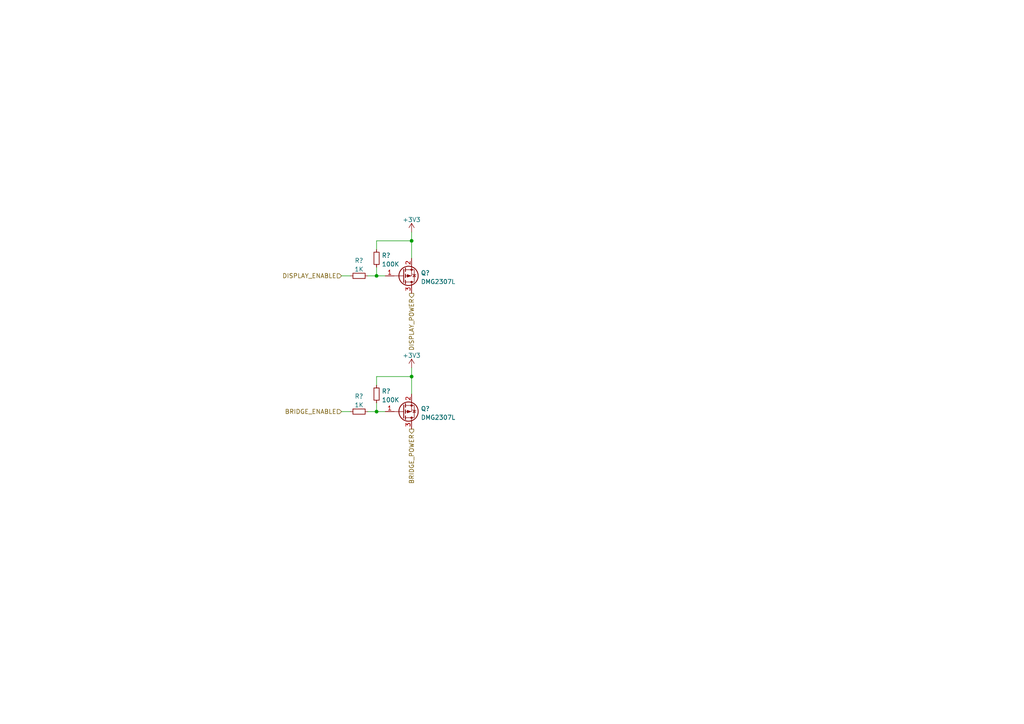
<source format=kicad_sch>
(kicad_sch (version 20211123) (generator eeschema)
  (paper "A4")
  (lib_symbols
    (symbol "Device:R_Small" (pin_numbers hide) (pin_names (offset 0.254) hide)
      (property "Reference" "R" (at 0.762 0.508 0))
      (property "Value" "R_Small" (at 0.762 -1.016 0))
      (symbol "R_Small_0_1"
        (rectangle (start -0.762 1.778) (end 0.762 -1.778) (stroke (width 0.2032)))
      )
      (symbol "R_Small_1_1"
        (pin passive line (at 0 2.54 270) (length 0.762) (name "~") (number "1"))
        (pin passive line (at 0 -2.54 90) (length 0.762) (name "~") (number "2"))
      )
    )
    (symbol "Transistor_FET:DMG2301L" (pin_names hide)
      (property "Reference" "Q" (at 5.08 1.905 0))
      (property "Value" "DMG2301L" (at 5.08 0 0))
      (symbol "DMG2301L_0_1"
        (polyline (pts (xy 0.254 0) (xy -2.54 0)))
        (polyline (pts (xy 0.254 1.905) (xy 0.254 -1.905)) (stroke (width 0.254)))
        (polyline (pts (xy 0.762 -1.27) (xy 0.762 -2.286)) (stroke (width 0.254)))
        (polyline (pts (xy 0.762 0.508) (xy 0.762 -0.508)) (stroke (width 0.254)))
        (polyline (pts (xy 0.762 2.286) (xy 0.762 1.27)) (stroke (width 0.254)))
        (polyline (pts (xy 2.54 2.54) (xy 2.54 1.778)))
        (polyline (pts (xy 2.54 -2.54) (xy 2.54 0) (xy 0.762 0)))
        (polyline (pts (xy 0.762 1.778) (xy 3.302 1.778) (xy 3.302 -1.778) (xy 0.762 -1.778)))
        (polyline (pts (xy 2.286 0) (xy 1.27 0.381) (xy 1.27 -0.381) (xy 2.286 0)) (fill (type outline)))
        (polyline (pts (xy 2.794 -0.508) (xy 2.921 -0.381) (xy 3.683 -0.381) (xy 3.81 -0.254)))
        (polyline (pts (xy 3.302 -0.381) (xy 2.921 0.254) (xy 3.683 0.254) (xy 3.302 -0.381)))
        (circle (center 1.651 0) (radius 2.794) (stroke (width 0.254)))
        (circle (center 2.54 -1.778) (radius 0.254) (fill (type outline)))
        (circle (center 2.54 1.778) (radius 0.254) (fill (type outline)))
      )
      (symbol "DMG2301L_1_1"
        (pin input line (at -5.08 0 0) (length 2.54) (name "G") (number "1"))
        (pin passive line (at 2.54 -5.08 90) (length 2.54) (name "S") (number "2"))
        (pin passive line (at 2.54 5.08 270) (length 2.54) (name "D") (number "3"))
      )
    )
    (symbol "power:+3.3V" (power) (pin_names (offset 0))
      (property "Value" "+3.3V" (at 0 3.556 0))
      (symbol "+3.3V_0_1"
        (polyline (pts (xy -0.762 1.27) (xy 0 2.54)))
        (polyline (pts (xy 0 0) (xy 0 2.54)))
        (polyline (pts (xy 0 2.54) (xy 0.762 1.27)))
      )
      (symbol "+3.3V_1_1"
        (pin power_in line (at 0 0 90) (length 0) hide (name "+3V3") (number "1"))
      )
    )
  )
  (junction (at 119.38 69.85))
  (junction (at 109.22 119.38))
  (junction (at 119.38 109.22))
  (junction (at 109.22 80.01))
  (wire (pts (xy 119.38 69.85) (xy 119.38 67.31)))
  (wire (pts (xy 109.22 80.01) (xy 111.76 80.01)))
  (wire (pts (xy 109.22 109.22) (xy 119.38 109.22)))
  (wire (pts (xy 119.38 109.22) (xy 119.38 114.3)))
  (wire (pts (xy 109.22 119.38) (xy 111.76 119.38)))
  (wire (pts (xy 109.22 77.47) (xy 109.22 80.01)))
  (wire (pts (xy 109.22 111.76) (xy 109.22 109.22)))
  (wire (pts (xy 99.06 80.01) (xy 101.6 80.01)))
  (wire (pts (xy 109.22 72.39) (xy 109.22 69.85)))
  (wire (pts (xy 99.06 119.38) (xy 101.6 119.38)))
  (wire (pts (xy 109.22 69.85) (xy 119.38 69.85)))
  (wire (pts (xy 119.38 109.22) (xy 119.38 106.68)))
  (wire (pts (xy 119.38 69.85) (xy 119.38 74.93)))
  (wire (pts (xy 106.68 80.01) (xy 109.22 80.01)))
  (wire (pts (xy 106.68 119.38) (xy 109.22 119.38)))
  (wire (pts (xy 109.22 116.84) (xy 109.22 119.38)))
  (hierarchical_label "DISPLAY_ENABLE" (shape input) (at 99.06 80.01 180))
  (hierarchical_label "BRIDGE_POWER" (shape output) (at 119.38 124.46 270))
  (hierarchical_label "BRIDGE_ENABLE" (shape input) (at 99.06 119.38 180))
  (hierarchical_label "DISPLAY_POWER" (shape output) (at 119.38 85.09 270))
  (symbol (lib_id "Device:R_Small") (at 109.22 114.3 0) (unit 1)
    (property "Reference" "R?" (at 110.7186 113.4653 0) (effects (justify left)))
    (property "Value" "100K" (at 110.7186 116.0022 0) (effects (justify left)))
    (property "Footprint" "Resistor_SMD:R_0603_1608Metric_Pad0.98x0.95mm_HandSolder" (effects hide))
  )
  (symbol (lib_id "power:+3.3V") (at 119.38 106.68 0) (unit 1)
    (property "Reference" "#PWR?" (effects hide))
    (property "Value" "+3.3V" (at 119.38 103.1042 0))
  )
  (symbol (lib_id "power:+3.3V") (at 119.38 67.31 0) (unit 1)
    (property "Reference" "#PWR?" (effects hide))
    (property "Value" "+3.3V" (at 119.38 63.7342 0))
  )
  (symbol (lib_id "Device:R_Small") (at 104.14 80.01 270) (unit 1)
    (property "Reference" "R?" (at 104.14 75.5736 90))
    (property "Value" "1K" (at 104.14 78.1105 90))
    (property "Footprint" "Resistor_SMD:R_0603_1608Metric_Pad0.98x0.95mm_HandSolder" (effects hide))
  )
  (symbol (lib_id "Transistor_FET:DMG2301L") (at 116.84 119.38 0) (mirror x) (unit 1)
    (property "Reference" "Q?" (at 122.047 118.5453 0) (effects (justify left)))
    (property "Value" "DMG2307L" (at 122.047 121.0822 0) (effects (justify left)))
    (property "Footprint" "Package_TO_SOT_SMD:SOT-23" (effects hide))
    (property "Datasheet" "https://www.diodes.com/assets/Datasheets/DMG2307L.pdf" (effects hide))
  )
  (symbol (lib_id "Device:R_Small") (at 104.14 119.38 270) (unit 1)
    (property "Reference" "R?" (at 104.14 114.9436 90))
    (property "Value" "1K" (at 104.14 117.4805 90))
    (property "Footprint" "Resistor_SMD:R_0603_1608Metric_Pad0.98x0.95mm_HandSolder" (effects hide))
  )
  (symbol (lib_id "Transistor_FET:DMG2301L") (at 116.84 80.01 0) (mirror x) (unit 1)
    (property "Reference" "Q?" (at 122.047 79.1753 0) (effects (justify left)))
    (property "Value" "DMG2307L" (at 122.047 81.7122 0) (effects (justify left)))
    (property "Footprint" "Package_TO_SOT_SMD:SOT-23" (effects hide))
    (property "Datasheet" "https://www.diodes.com/assets/Datasheets/DMG2307L.pdf" (effects hide))
  )
  (symbol (lib_id "Device:R_Small") (at 109.22 74.93 0) (unit 1)
    (property "Reference" "R?" (at 110.7186 74.0953 0) (effects (justify left)))
    (property "Value" "100K" (at 110.7186 76.6322 0) (effects (justify left)))
    (property "Footprint" "Resistor_SMD:R_0603_1608Metric_Pad0.98x0.95mm_HandSolder" (effects hide))
  )
)
</source>
